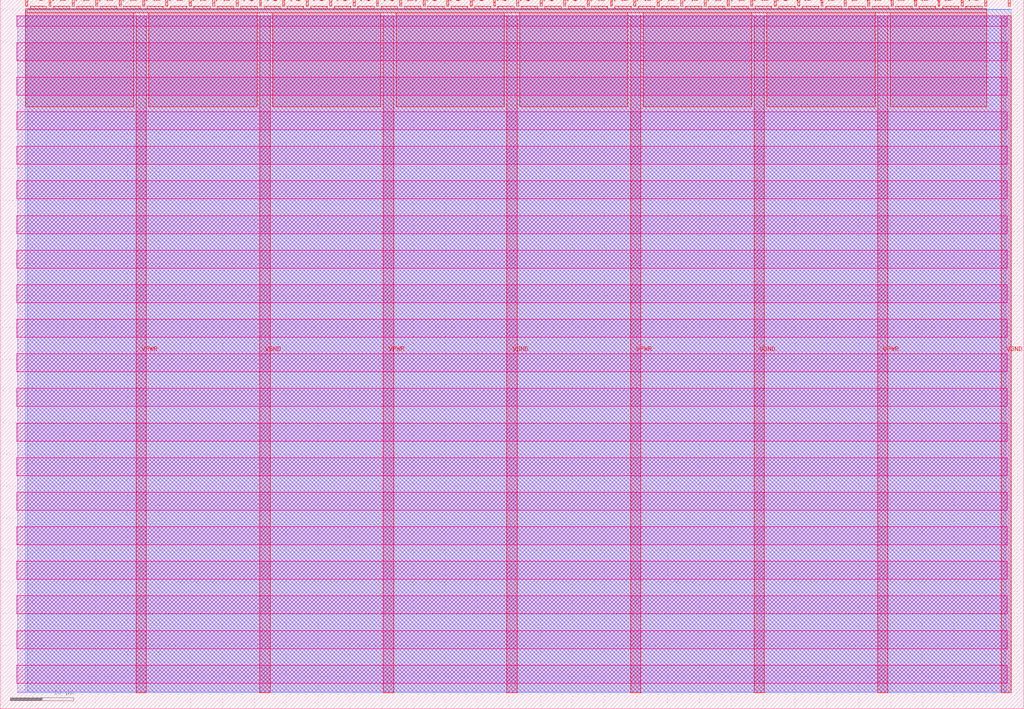
<source format=lef>
VERSION 5.7 ;
  NOWIREEXTENSIONATPIN ON ;
  DIVIDERCHAR "/" ;
  BUSBITCHARS "[]" ;
MACRO tt_um_Counter_1_shivam
  CLASS BLOCK ;
  FOREIGN tt_um_Counter_1_shivam ;
  ORIGIN 0.000 0.000 ;
  SIZE 161.000 BY 111.520 ;
  PIN VGND
    DIRECTION INOUT ;
    USE GROUND ;
    PORT
      LAYER met4 ;
        RECT 40.830 2.480 42.430 109.040 ;
    END
    PORT
      LAYER met4 ;
        RECT 79.700 2.480 81.300 109.040 ;
    END
    PORT
      LAYER met4 ;
        RECT 118.570 2.480 120.170 109.040 ;
    END
    PORT
      LAYER met4 ;
        RECT 157.440 2.480 159.040 109.040 ;
    END
  END VGND
  PIN VPWR
    DIRECTION INOUT ;
    USE POWER ;
    PORT
      LAYER met4 ;
        RECT 21.395 2.480 22.995 109.040 ;
    END
    PORT
      LAYER met4 ;
        RECT 60.265 2.480 61.865 109.040 ;
    END
    PORT
      LAYER met4 ;
        RECT 99.135 2.480 100.735 109.040 ;
    END
    PORT
      LAYER met4 ;
        RECT 138.005 2.480 139.605 109.040 ;
    END
  END VPWR
  PIN clk
    DIRECTION INPUT ;
    USE SIGNAL ;
    ANTENNAGATEAREA 0.852000 ;
    PORT
      LAYER met4 ;
        RECT 154.870 110.520 155.170 111.520 ;
    END
  END clk
  PIN ena
    DIRECTION INPUT ;
    USE SIGNAL ;
    PORT
      LAYER met4 ;
        RECT 158.550 110.520 158.850 111.520 ;
    END
  END ena
  PIN rst_n
    DIRECTION INPUT ;
    USE SIGNAL ;
    ANTENNAGATEAREA 0.247500 ;
    PORT
      LAYER met4 ;
        RECT 151.190 110.520 151.490 111.520 ;
    END
  END rst_n
  PIN ui_in[0]
    DIRECTION INPUT ;
    USE SIGNAL ;
    PORT
      LAYER met4 ;
        RECT 147.510 110.520 147.810 111.520 ;
    END
  END ui_in[0]
  PIN ui_in[1]
    DIRECTION INPUT ;
    USE SIGNAL ;
    PORT
      LAYER met4 ;
        RECT 143.830 110.520 144.130 111.520 ;
    END
  END ui_in[1]
  PIN ui_in[2]
    DIRECTION INPUT ;
    USE SIGNAL ;
    ANTENNAGATEAREA 0.196500 ;
    PORT
      LAYER met4 ;
        RECT 140.150 110.520 140.450 111.520 ;
    END
  END ui_in[2]
  PIN ui_in[3]
    DIRECTION INPUT ;
    USE SIGNAL ;
    ANTENNAGATEAREA 0.196500 ;
    PORT
      LAYER met4 ;
        RECT 136.470 110.520 136.770 111.520 ;
    END
  END ui_in[3]
  PIN ui_in[4]
    DIRECTION INPUT ;
    USE SIGNAL ;
    PORT
      LAYER met4 ;
        RECT 132.790 110.520 133.090 111.520 ;
    END
  END ui_in[4]
  PIN ui_in[5]
    DIRECTION INPUT ;
    USE SIGNAL ;
    PORT
      LAYER met4 ;
        RECT 129.110 110.520 129.410 111.520 ;
    END
  END ui_in[5]
  PIN ui_in[6]
    DIRECTION INPUT ;
    USE SIGNAL ;
    PORT
      LAYER met4 ;
        RECT 125.430 110.520 125.730 111.520 ;
    END
  END ui_in[6]
  PIN ui_in[7]
    DIRECTION INPUT ;
    USE SIGNAL ;
    PORT
      LAYER met4 ;
        RECT 121.750 110.520 122.050 111.520 ;
    END
  END ui_in[7]
  PIN uio_in[0]
    DIRECTION INPUT ;
    USE SIGNAL ;
    PORT
      LAYER met4 ;
        RECT 118.070 110.520 118.370 111.520 ;
    END
  END uio_in[0]
  PIN uio_in[1]
    DIRECTION INPUT ;
    USE SIGNAL ;
    PORT
      LAYER met4 ;
        RECT 114.390 110.520 114.690 111.520 ;
    END
  END uio_in[1]
  PIN uio_in[2]
    DIRECTION INPUT ;
    USE SIGNAL ;
    PORT
      LAYER met4 ;
        RECT 110.710 110.520 111.010 111.520 ;
    END
  END uio_in[2]
  PIN uio_in[3]
    DIRECTION INPUT ;
    USE SIGNAL ;
    PORT
      LAYER met4 ;
        RECT 107.030 110.520 107.330 111.520 ;
    END
  END uio_in[3]
  PIN uio_in[4]
    DIRECTION INPUT ;
    USE SIGNAL ;
    PORT
      LAYER met4 ;
        RECT 103.350 110.520 103.650 111.520 ;
    END
  END uio_in[4]
  PIN uio_in[5]
    DIRECTION INPUT ;
    USE SIGNAL ;
    PORT
      LAYER met4 ;
        RECT 99.670 110.520 99.970 111.520 ;
    END
  END uio_in[5]
  PIN uio_in[6]
    DIRECTION INPUT ;
    USE SIGNAL ;
    PORT
      LAYER met4 ;
        RECT 95.990 110.520 96.290 111.520 ;
    END
  END uio_in[6]
  PIN uio_in[7]
    DIRECTION INPUT ;
    USE SIGNAL ;
    PORT
      LAYER met4 ;
        RECT 92.310 110.520 92.610 111.520 ;
    END
  END uio_in[7]
  PIN uio_oe[0]
    DIRECTION OUTPUT TRISTATE ;
    USE SIGNAL ;
    PORT
      LAYER met4 ;
        RECT 29.750 110.520 30.050 111.520 ;
    END
  END uio_oe[0]
  PIN uio_oe[1]
    DIRECTION OUTPUT TRISTATE ;
    USE SIGNAL ;
    PORT
      LAYER met4 ;
        RECT 26.070 110.520 26.370 111.520 ;
    END
  END uio_oe[1]
  PIN uio_oe[2]
    DIRECTION OUTPUT TRISTATE ;
    USE SIGNAL ;
    PORT
      LAYER met4 ;
        RECT 22.390 110.520 22.690 111.520 ;
    END
  END uio_oe[2]
  PIN uio_oe[3]
    DIRECTION OUTPUT TRISTATE ;
    USE SIGNAL ;
    PORT
      LAYER met4 ;
        RECT 18.710 110.520 19.010 111.520 ;
    END
  END uio_oe[3]
  PIN uio_oe[4]
    DIRECTION OUTPUT TRISTATE ;
    USE SIGNAL ;
    PORT
      LAYER met4 ;
        RECT 15.030 110.520 15.330 111.520 ;
    END
  END uio_oe[4]
  PIN uio_oe[5]
    DIRECTION OUTPUT TRISTATE ;
    USE SIGNAL ;
    PORT
      LAYER met4 ;
        RECT 11.350 110.520 11.650 111.520 ;
    END
  END uio_oe[5]
  PIN uio_oe[6]
    DIRECTION OUTPUT TRISTATE ;
    USE SIGNAL ;
    PORT
      LAYER met4 ;
        RECT 7.670 110.520 7.970 111.520 ;
    END
  END uio_oe[6]
  PIN uio_oe[7]
    DIRECTION OUTPUT TRISTATE ;
    USE SIGNAL ;
    PORT
      LAYER met4 ;
        RECT 3.990 110.520 4.290 111.520 ;
    END
  END uio_oe[7]
  PIN uio_out[0]
    DIRECTION OUTPUT TRISTATE ;
    USE SIGNAL ;
    PORT
      LAYER met4 ;
        RECT 59.190 110.520 59.490 111.520 ;
    END
  END uio_out[0]
  PIN uio_out[1]
    DIRECTION OUTPUT TRISTATE ;
    USE SIGNAL ;
    PORT
      LAYER met4 ;
        RECT 55.510 110.520 55.810 111.520 ;
    END
  END uio_out[1]
  PIN uio_out[2]
    DIRECTION OUTPUT TRISTATE ;
    USE SIGNAL ;
    PORT
      LAYER met4 ;
        RECT 51.830 110.520 52.130 111.520 ;
    END
  END uio_out[2]
  PIN uio_out[3]
    DIRECTION OUTPUT TRISTATE ;
    USE SIGNAL ;
    PORT
      LAYER met4 ;
        RECT 48.150 110.520 48.450 111.520 ;
    END
  END uio_out[3]
  PIN uio_out[4]
    DIRECTION OUTPUT TRISTATE ;
    USE SIGNAL ;
    PORT
      LAYER met4 ;
        RECT 44.470 110.520 44.770 111.520 ;
    END
  END uio_out[4]
  PIN uio_out[5]
    DIRECTION OUTPUT TRISTATE ;
    USE SIGNAL ;
    PORT
      LAYER met4 ;
        RECT 40.790 110.520 41.090 111.520 ;
    END
  END uio_out[5]
  PIN uio_out[6]
    DIRECTION OUTPUT TRISTATE ;
    USE SIGNAL ;
    PORT
      LAYER met4 ;
        RECT 37.110 110.520 37.410 111.520 ;
    END
  END uio_out[6]
  PIN uio_out[7]
    DIRECTION OUTPUT TRISTATE ;
    USE SIGNAL ;
    PORT
      LAYER met4 ;
        RECT 33.430 110.520 33.730 111.520 ;
    END
  END uio_out[7]
  PIN uo_out[0]
    DIRECTION OUTPUT TRISTATE ;
    USE SIGNAL ;
    ANTENNAGATEAREA 1.116000 ;
    ANTENNADIFFAREA 0.891000 ;
    PORT
      LAYER met4 ;
        RECT 88.630 110.520 88.930 111.520 ;
    END
  END uo_out[0]
  PIN uo_out[1]
    DIRECTION OUTPUT TRISTATE ;
    USE SIGNAL ;
    ANTENNAGATEAREA 0.499500 ;
    ANTENNADIFFAREA 0.891000 ;
    PORT
      LAYER met4 ;
        RECT 84.950 110.520 85.250 111.520 ;
    END
  END uo_out[1]
  PIN uo_out[2]
    DIRECTION OUTPUT TRISTATE ;
    USE SIGNAL ;
    ANTENNAGATEAREA 1.120500 ;
    ANTENNADIFFAREA 0.891000 ;
    PORT
      LAYER met4 ;
        RECT 81.270 110.520 81.570 111.520 ;
    END
  END uo_out[2]
  PIN uo_out[3]
    DIRECTION OUTPUT TRISTATE ;
    USE SIGNAL ;
    ANTENNAGATEAREA 0.868500 ;
    ANTENNADIFFAREA 0.891000 ;
    PORT
      LAYER met4 ;
        RECT 77.590 110.520 77.890 111.520 ;
    END
  END uo_out[3]
  PIN uo_out[4]
    DIRECTION OUTPUT TRISTATE ;
    USE SIGNAL ;
    ANTENNAGATEAREA 0.873000 ;
    ANTENNADIFFAREA 0.891000 ;
    PORT
      LAYER met4 ;
        RECT 73.910 110.520 74.210 111.520 ;
    END
  END uo_out[4]
  PIN uo_out[5]
    DIRECTION OUTPUT TRISTATE ;
    USE SIGNAL ;
    ANTENNAGATEAREA 0.994500 ;
    ANTENNADIFFAREA 0.891000 ;
    PORT
      LAYER met4 ;
        RECT 70.230 110.520 70.530 111.520 ;
    END
  END uo_out[5]
  PIN uo_out[6]
    DIRECTION OUTPUT TRISTATE ;
    USE SIGNAL ;
    ANTENNAGATEAREA 0.747000 ;
    ANTENNADIFFAREA 0.891000 ;
    PORT
      LAYER met4 ;
        RECT 66.550 110.520 66.850 111.520 ;
    END
  END uo_out[6]
  PIN uo_out[7]
    DIRECTION OUTPUT TRISTATE ;
    USE SIGNAL ;
    ANTENNAGATEAREA 0.495000 ;
    ANTENNADIFFAREA 0.891000 ;
    PORT
      LAYER met4 ;
        RECT 62.870 110.520 63.170 111.520 ;
    END
  END uo_out[7]
  OBS
      LAYER nwell ;
        RECT 2.570 107.385 158.430 108.990 ;
        RECT 2.570 101.945 158.430 104.775 ;
        RECT 2.570 96.505 158.430 99.335 ;
        RECT 2.570 91.065 158.430 93.895 ;
        RECT 2.570 85.625 158.430 88.455 ;
        RECT 2.570 80.185 158.430 83.015 ;
        RECT 2.570 74.745 158.430 77.575 ;
        RECT 2.570 69.305 158.430 72.135 ;
        RECT 2.570 63.865 158.430 66.695 ;
        RECT 2.570 58.425 158.430 61.255 ;
        RECT 2.570 52.985 158.430 55.815 ;
        RECT 2.570 47.545 158.430 50.375 ;
        RECT 2.570 42.105 158.430 44.935 ;
        RECT 2.570 36.665 158.430 39.495 ;
        RECT 2.570 31.225 158.430 34.055 ;
        RECT 2.570 25.785 158.430 28.615 ;
        RECT 2.570 20.345 158.430 23.175 ;
        RECT 2.570 14.905 158.430 17.735 ;
        RECT 2.570 9.465 158.430 12.295 ;
        RECT 2.570 4.025 158.430 6.855 ;
      LAYER li1 ;
        RECT 2.760 2.635 158.240 108.885 ;
      LAYER met1 ;
        RECT 2.760 2.480 159.040 109.040 ;
      LAYER met2 ;
        RECT 4.230 2.535 159.010 110.005 ;
      LAYER met3 ;
        RECT 3.950 2.555 159.030 109.985 ;
      LAYER met4 ;
        RECT 4.690 110.120 7.270 110.520 ;
        RECT 8.370 110.120 10.950 110.520 ;
        RECT 12.050 110.120 14.630 110.520 ;
        RECT 15.730 110.120 18.310 110.520 ;
        RECT 19.410 110.120 21.990 110.520 ;
        RECT 23.090 110.120 25.670 110.520 ;
        RECT 26.770 110.120 29.350 110.520 ;
        RECT 30.450 110.120 33.030 110.520 ;
        RECT 34.130 110.120 36.710 110.520 ;
        RECT 37.810 110.120 40.390 110.520 ;
        RECT 41.490 110.120 44.070 110.520 ;
        RECT 45.170 110.120 47.750 110.520 ;
        RECT 48.850 110.120 51.430 110.520 ;
        RECT 52.530 110.120 55.110 110.520 ;
        RECT 56.210 110.120 58.790 110.520 ;
        RECT 59.890 110.120 62.470 110.520 ;
        RECT 63.570 110.120 66.150 110.520 ;
        RECT 67.250 110.120 69.830 110.520 ;
        RECT 70.930 110.120 73.510 110.520 ;
        RECT 74.610 110.120 77.190 110.520 ;
        RECT 78.290 110.120 80.870 110.520 ;
        RECT 81.970 110.120 84.550 110.520 ;
        RECT 85.650 110.120 88.230 110.520 ;
        RECT 89.330 110.120 91.910 110.520 ;
        RECT 93.010 110.120 95.590 110.520 ;
        RECT 96.690 110.120 99.270 110.520 ;
        RECT 100.370 110.120 102.950 110.520 ;
        RECT 104.050 110.120 106.630 110.520 ;
        RECT 107.730 110.120 110.310 110.520 ;
        RECT 111.410 110.120 113.990 110.520 ;
        RECT 115.090 110.120 117.670 110.520 ;
        RECT 118.770 110.120 121.350 110.520 ;
        RECT 122.450 110.120 125.030 110.520 ;
        RECT 126.130 110.120 128.710 110.520 ;
        RECT 129.810 110.120 132.390 110.520 ;
        RECT 133.490 110.120 136.070 110.520 ;
        RECT 137.170 110.120 139.750 110.520 ;
        RECT 140.850 110.120 143.430 110.520 ;
        RECT 144.530 110.120 147.110 110.520 ;
        RECT 148.210 110.120 150.790 110.520 ;
        RECT 151.890 110.120 154.470 110.520 ;
        RECT 3.975 109.440 155.185 110.120 ;
        RECT 3.975 94.695 20.995 109.440 ;
        RECT 23.395 94.695 40.430 109.440 ;
        RECT 42.830 94.695 59.865 109.440 ;
        RECT 62.265 94.695 79.300 109.440 ;
        RECT 81.700 94.695 98.735 109.440 ;
        RECT 101.135 94.695 118.170 109.440 ;
        RECT 120.570 94.695 137.605 109.440 ;
        RECT 140.005 94.695 155.185 109.440 ;
  END
END tt_um_Counter_1_shivam
END LIBRARY


</source>
